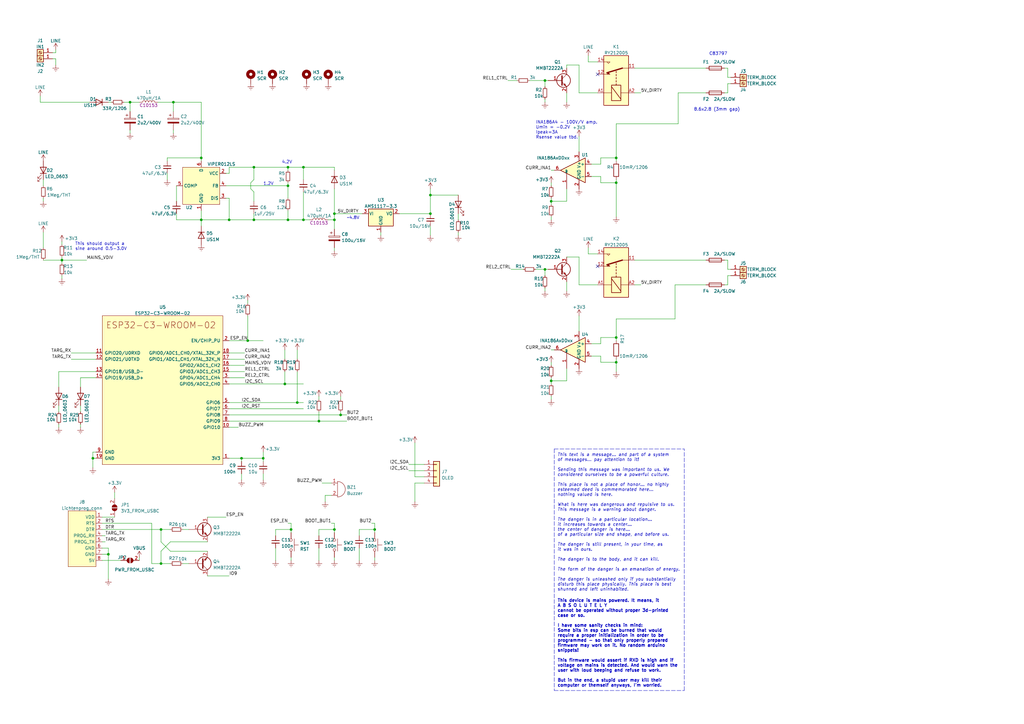
<source format=kicad_sch>
(kicad_sch (version 20211123) (generator eeschema)
  (paper "A3")
  (junction (at 66.04 217.17))
  (junction (at 137.16 217.17))
  (junction (at 82.55 90.17))
  (junction (at 226.06 156.21))
  (junction (at 176.53 87.63))
  (junction (at 107.95 187.96))
  (junction (at 118.11 68.58))
  (junction (at 252.73 148.59))
  (junction (at 223.52 110.49))
  (junction (at 101.6 139.7))
  (junction (at 124.46 90.17))
  (junction (at 104.14 68.58))
  (junction (at 124.46 68.58))
  (junction (at 104.14 90.17))
  (junction (at 252.73 64.77))
  (junction (at 226.06 82.55))
  (junction (at 118.11 76.2))
  (junction (at 137.16 87.63))
  (junction (at 53.34 41.91))
  (junction (at 119.38 217.17))
  (junction (at 25.4 106.68))
  (junction (at 38.1 187.96))
  (junction (at 137.16 90.17))
  (junction (at 121.92 165.1))
  (junction (at 66.04 231.14))
  (junction (at 116.84 157.48))
  (junction (at 176.53 80.01))
  (junction (at 139.7 170.18))
  (junction (at 82.55 64.77))
  (junction (at 153.67 217.17))
  (junction (at 252.73 74.93))
  (junction (at 223.52 33.02))
  (junction (at 44.45 227.33))
  (junction (at 118.11 90.17))
  (junction (at 252.73 138.43))
  (junction (at 93.98 90.17))
  (junction (at 99.06 187.96))
  (junction (at 71.12 41.91))
  (junction (at 130.81 172.72))
  (no_connect (at 245.11 30.48))
  (no_connect (at 245.11 109.22))
  (wire (pts (xy 66.04 222.25) (xy 66.04 217.17)))
  (wire (pts (xy 298.45 106.68) (xy 298.45 110.49)))
  (wire (pts (xy 167.64 190.5) (xy 173.99 190.5)))
  (wire (pts (xy 260.35 38.1) (xy 262.89 38.1)))
  (polyline (pts (xy 227.33 184.15) (xy 227.33 283.21)))
  (wire (pts (xy 130.81 217.17) (xy 130.81 219.71)))
  (wire (pts (xy 245.11 116.84) (xy 237.49 116.84)))
  (wire (pts (xy 241.3 22.86) (xy 241.3 25.4)))
  (wire (pts (xy 223.52 33.02) (xy 224.79 33.02)))
  (wire (pts (xy 176.53 80.01) (xy 176.53 87.63)))
  (wire (pts (xy 252.73 148.59) (xy 252.73 152.4)))
  (wire (pts (xy 298.45 27.94) (xy 297.18 27.94)))
  (wire (pts (xy 71.12 54.61) (xy 71.12 53.34)))
  (wire (pts (xy 38.1 187.96) (xy 38.1 185.42)))
  (wire (pts (xy 137.16 228.6) (xy 137.16 229.87)))
  (wire (pts (xy 44.45 41.91) (xy 45.72 41.91)))
  (wire (pts (xy 53.34 45.72) (xy 53.34 41.91)))
  (wire (pts (xy 24.13 152.4) (xy 24.13 158.75)))
  (wire (pts (xy 102.87 77.47) (xy 102.87 74.93)))
  (wire (pts (xy 219.71 110.49) (xy 223.52 110.49)))
  (wire (pts (xy 237.49 116.84) (xy 237.49 105.41)))
  (wire (pts (xy 93.98 71.12) (xy 93.98 68.58)))
  (wire (pts (xy 226.06 74.93) (xy 226.06 76.2)))
  (wire (pts (xy 246.38 140.97) (xy 242.57 140.97)))
  (wire (pts (xy 226.06 143.51) (xy 227.33 143.51)))
  (wire (pts (xy 137.16 87.63) (xy 148.59 87.63)))
  (wire (pts (xy 85.09 236.22) (xy 93.98 236.22)))
  (wire (pts (xy 137.16 90.17) (xy 137.16 87.63)))
  (wire (pts (xy 137.16 217.17) (xy 130.81 217.17)))
  (wire (pts (xy 139.7 162.56) (xy 139.7 163.83)))
  (wire (pts (xy 93.98 144.78) (xy 100.33 144.78)))
  (wire (pts (xy 41.91 224.79) (xy 44.45 224.79)))
  (wire (pts (xy 16.51 41.91) (xy 36.83 41.91)))
  (wire (pts (xy 139.7 170.18) (xy 142.24 170.18)))
  (wire (pts (xy 124.46 73.66) (xy 124.46 68.58)))
  (wire (pts (xy 118.11 68.58) (xy 118.11 69.85)))
  (wire (pts (xy 246.38 64.77) (xy 246.38 67.31)))
  (wire (pts (xy 260.35 116.84) (xy 262.89 116.84)))
  (wire (pts (xy 226.06 82.55) (xy 226.06 83.82)))
  (wire (pts (xy 246.38 72.39) (xy 242.57 72.39)))
  (wire (pts (xy 53.34 41.91) (xy 57.15 41.91)))
  (wire (pts (xy 82.55 86.36) (xy 82.55 90.17)))
  (wire (pts (xy 252.73 64.77) (xy 252.73 50.8)))
  (wire (pts (xy 153.67 217.17) (xy 147.32 217.17)))
  (wire (pts (xy 278.13 38.1) (xy 289.56 38.1)))
  (wire (pts (xy 137.16 214.63) (xy 135.89 214.63)))
  (wire (pts (xy 85.09 222.25) (xy 69.85 222.25)))
  (wire (pts (xy 147.32 217.17) (xy 147.32 219.71)))
  (wire (pts (xy 232.41 119.38) (xy 232.41 115.57)))
  (wire (pts (xy 99.06 187.96) (xy 107.95 187.96)))
  (wire (pts (xy 82.55 90.17) (xy 82.55 92.71)))
  (wire (pts (xy 298.45 110.49) (xy 299.72 110.49)))
  (wire (pts (xy 153.67 214.63) (xy 152.4 214.63)))
  (wire (pts (xy 74.93 217.17) (xy 77.47 217.17)))
  (wire (pts (xy 241.3 104.14) (xy 245.11 104.14)))
  (wire (pts (xy 153.67 217.17) (xy 153.67 214.63)))
  (wire (pts (xy 72.39 76.2) (xy 72.39 82.55)))
  (wire (pts (xy 119.38 228.6) (xy 119.38 229.87)))
  (wire (pts (xy 41.91 217.17) (xy 66.04 217.17)))
  (wire (pts (xy 133.35 205.74) (xy 133.35 203.2)))
  (wire (pts (xy 176.53 92.71) (xy 176.53 96.52)))
  (wire (pts (xy 17.78 95.25) (xy 17.78 101.6)))
  (wire (pts (xy 139.7 168.91) (xy 139.7 170.18)))
  (wire (pts (xy 237.49 55.88) (xy 237.49 62.23)))
  (wire (pts (xy 39.37 152.4) (xy 24.13 152.4)))
  (wire (pts (xy 137.16 101.6) (xy 137.16 102.87)))
  (wire (pts (xy 71.12 45.72) (xy 71.12 41.91)))
  (wire (pts (xy 41.91 212.09) (xy 46.99 212.09)))
  (wire (pts (xy 118.11 68.58) (xy 124.46 68.58)))
  (wire (pts (xy 245.11 38.1) (xy 237.49 38.1)))
  (wire (pts (xy 104.14 68.58) (xy 118.11 68.58)))
  (wire (pts (xy 137.16 69.85) (xy 137.16 68.58)))
  (wire (pts (xy 102.87 74.93) (xy 104.14 73.66)))
  (wire (pts (xy 118.11 76.2) (xy 118.11 81.28)))
  (wire (pts (xy 167.64 193.04) (xy 173.99 193.04)))
  (wire (pts (xy 93.98 154.94) (xy 100.33 154.94)))
  (wire (pts (xy 241.3 101.6) (xy 241.3 104.14)))
  (wire (pts (xy 25.4 113.03) (xy 25.4 114.3)))
  (wire (pts (xy 297.18 106.68) (xy 298.45 106.68)))
  (wire (pts (xy 99.06 187.96) (xy 99.06 189.23)))
  (wire (pts (xy 116.84 157.48) (xy 124.46 157.48)))
  (wire (pts (xy 104.14 68.58) (xy 104.14 73.66)))
  (wire (pts (xy 156.21 95.25) (xy 156.21 96.52)))
  (wire (pts (xy 99.06 194.31) (xy 99.06 196.85)))
  (wire (pts (xy 92.71 81.28) (xy 93.98 81.28)))
  (wire (pts (xy 226.06 88.9) (xy 226.06 90.17)))
  (wire (pts (xy 25.4 106.68) (xy 25.4 107.95)))
  (wire (pts (xy 68.58 64.77) (xy 68.58 66.04)))
  (wire (pts (xy 104.14 78.74) (xy 102.87 77.47)))
  (wire (pts (xy 66.04 226.06) (xy 66.04 231.14)))
  (wire (pts (xy 246.38 67.31) (xy 242.57 67.31)))
  (wire (pts (xy 226.06 148.59) (xy 226.06 149.86)))
  (wire (pts (xy 130.81 162.56) (xy 130.81 163.83)))
  (wire (pts (xy 50.8 41.91) (xy 53.34 41.91)))
  (wire (pts (xy 208.28 33.02) (xy 212.09 33.02)))
  (wire (pts (xy 99.06 187.96) (xy 93.98 187.96)))
  (wire (pts (xy 223.52 110.49) (xy 223.52 113.03)))
  (wire (pts (xy 223.52 40.64) (xy 223.52 41.91)))
  (wire (pts (xy 130.81 172.72) (xy 142.24 172.72)))
  (wire (pts (xy 137.16 90.17) (xy 137.16 93.98)))
  (wire (pts (xy 21.59 24.13) (xy 22.86 24.13)))
  (wire (pts (xy 93.98 167.64) (xy 124.46 167.64)))
  (wire (pts (xy 260.35 106.68) (xy 289.56 106.68)))
  (wire (pts (xy 33.02 175.26) (xy 33.02 173.99)))
  (wire (pts (xy 130.81 224.79) (xy 130.81 229.87)))
  (wire (pts (xy 298.45 31.75) (xy 298.45 27.94)))
  (wire (pts (xy 104.14 90.17) (xy 104.14 87.63)))
  (wire (pts (xy 39.37 154.94) (xy 33.02 154.94)))
  (wire (pts (xy 104.14 82.55) (xy 104.14 78.74)))
  (wire (pts (xy 121.92 143.51) (xy 121.92 147.32)))
  (wire (pts (xy 92.71 76.2) (xy 118.11 76.2)))
  (wire (pts (xy 232.41 82.55) (xy 226.06 82.55)))
  (wire (pts (xy 226.06 162.56) (xy 226.06 163.83)))
  (wire (pts (xy 53.34 54.61) (xy 53.34 53.34)))
  (wire (pts (xy 101.6 139.7) (xy 107.95 139.7)))
  (wire (pts (xy 176.53 77.47) (xy 176.53 80.01)))
  (wire (pts (xy 93.98 172.72) (xy 130.81 172.72)))
  (wire (pts (xy 252.73 148.59) (xy 246.38 148.59)))
  (wire (pts (xy 133.35 203.2) (xy 135.89 203.2)))
  (polyline (pts (xy 227.33 184.15) (xy 280.67 184.15)))
  (wire (pts (xy 113.03 217.17) (xy 113.03 219.71)))
  (wire (pts (xy 43.18 219.71) (xy 41.91 219.71)))
  (wire (pts (xy 153.67 228.6) (xy 153.67 229.87)))
  (wire (pts (xy 226.06 69.85) (xy 227.33 69.85)))
  (wire (pts (xy 107.95 187.96) (xy 107.95 189.23)))
  (wire (pts (xy 93.98 68.58) (xy 104.14 68.58)))
  (wire (pts (xy 113.03 224.79) (xy 113.03 229.87)))
  (wire (pts (xy 93.98 170.18) (xy 139.7 170.18)))
  (wire (pts (xy 226.06 154.94) (xy 226.06 156.21)))
  (wire (pts (xy 298.45 116.84) (xy 297.18 116.84)))
  (wire (pts (xy 237.49 105.41) (xy 232.41 105.41)))
  (wire (pts (xy 44.45 227.33) (xy 44.45 237.49)))
  (wire (pts (xy 100.33 152.4) (xy 93.98 152.4)))
  (wire (pts (xy 29.21 147.32) (xy 39.37 147.32)))
  (wire (pts (xy 22.86 20.32) (xy 22.86 21.59)))
  (wire (pts (xy 101.6 129.54) (xy 101.6 139.7)))
  (wire (pts (xy 85.09 212.09) (xy 92.71 212.09)))
  (wire (pts (xy 124.46 90.17) (xy 124.46 78.74)))
  (wire (pts (xy 246.38 148.59) (xy 246.38 146.05)))
  (wire (pts (xy 298.45 113.03) (xy 298.45 116.84)))
  (wire (pts (xy 92.71 71.12) (xy 93.98 71.12)))
  (wire (pts (xy 173.99 195.58) (xy 170.18 195.58)))
  (wire (pts (xy 116.84 143.51) (xy 116.84 147.32)))
  (wire (pts (xy 298.45 34.29) (xy 299.72 34.29)))
  (wire (pts (xy 299.72 31.75) (xy 298.45 31.75)))
  (wire (pts (xy 93.98 81.28) (xy 93.98 90.17)))
  (wire (pts (xy 134.62 90.17) (xy 137.16 90.17)))
  (wire (pts (xy 124.46 90.17) (xy 127 90.17)))
  (wire (pts (xy 93.98 157.48) (xy 116.84 157.48)))
  (wire (pts (xy 100.33 149.86) (xy 93.98 149.86)))
  (wire (pts (xy 119.38 217.17) (xy 113.03 217.17)))
  (wire (pts (xy 252.73 74.93) (xy 246.38 74.93)))
  (wire (pts (xy 232.41 77.47) (xy 232.41 82.55)))
  (wire (pts (xy 121.92 165.1) (xy 124.46 165.1)))
  (wire (pts (xy 119.38 218.44) (xy 119.38 217.17)))
  (wire (pts (xy 93.98 139.7) (xy 101.6 139.7)))
  (wire (pts (xy 252.73 139.7) (xy 252.73 138.43)))
  (wire (pts (xy 25.4 106.68) (xy 35.56 106.68)))
  (wire (pts (xy 38.1 187.96) (xy 39.37 187.96)))
  (wire (pts (xy 132.08 198.12) (xy 135.89 198.12)))
  (wire (pts (xy 68.58 71.12) (xy 68.58 73.66)))
  (wire (pts (xy 241.3 25.4) (xy 245.11 25.4)))
  (wire (pts (xy 298.45 38.1) (xy 298.45 34.29)))
  (wire (pts (xy 137.16 87.63) (xy 137.16 77.47)))
  (wire (pts (xy 246.38 138.43) (xy 246.38 140.97)))
  (wire (pts (xy 223.52 33.02) (xy 223.52 35.56)))
  (wire (pts (xy 223.52 118.11) (xy 223.52 119.38)))
  (wire (pts (xy 69.85 222.25) (xy 66.04 226.06)))
  (wire (pts (xy 25.4 105.41) (xy 25.4 106.68)))
  (wire (pts (xy 124.46 68.58) (xy 137.16 68.58)))
  (wire (pts (xy 69.85 226.06) (xy 85.09 226.06)))
  (wire (pts (xy 25.4 99.06) (xy 25.4 100.33)))
  (wire (pts (xy 260.35 27.94) (xy 289.56 27.94)))
  (wire (pts (xy 276.86 130.81) (xy 252.73 130.81)))
  (wire (pts (xy 226.06 156.21) (xy 226.06 157.48)))
  (wire (pts (xy 116.84 152.4) (xy 116.84 157.48)))
  (wire (pts (xy 237.49 38.1) (xy 237.49 26.67)))
  (polyline (pts (xy 280.67 283.21) (xy 280.67 184.15)))
  (wire (pts (xy 44.45 224.79) (xy 44.45 227.33)))
  (wire (pts (xy 276.86 116.84) (xy 276.86 130.81)))
  (wire (pts (xy 33.02 168.91) (xy 33.02 166.37)))
  (wire (pts (xy 46.99 204.47) (xy 46.99 201.93)))
  (wire (pts (xy 232.41 41.91) (xy 232.41 38.1)))
  (wire (pts (xy 223.52 110.49) (xy 224.79 110.49)))
  (wire (pts (xy 74.93 231.14) (xy 77.47 231.14)))
  (wire (pts (xy 16.51 39.37) (xy 16.51 41.91)))
  (wire (pts (xy 246.38 146.05) (xy 242.57 146.05)))
  (wire (pts (xy 24.13 168.91) (xy 24.13 166.37)))
  (wire (pts (xy 93.98 147.32) (xy 100.33 147.32)))
  (wire (pts (xy 41.91 229.87) (xy 49.53 229.87)))
  (wire (pts (xy 43.18 222.25) (xy 41.91 222.25)))
  (wire (pts (xy 237.49 26.67) (xy 232.41 26.67)))
  (wire (pts (xy 237.49 129.54) (xy 237.49 135.89)))
  (wire (pts (xy 33.02 154.94) (xy 33.02 158.75)))
  (wire (pts (xy 62.23 214.63) (xy 62.23 231.14)))
  (wire (pts (xy 147.32 224.79) (xy 147.32 229.87)))
  (wire (pts (xy 187.96 90.17) (xy 187.96 87.63)))
  (wire (pts (xy 232.41 27.94) (xy 232.41 26.67)))
  (wire (pts (xy 137.16 217.17) (xy 137.16 214.63)))
  (wire (pts (xy 119.38 217.17) (xy 119.38 214.63)))
  (wire (pts (xy 118.11 90.17) (xy 124.46 90.17)))
  (wire (pts (xy 38.1 191.77) (xy 38.1 187.96)))
  (wire (pts (xy 118.11 86.36) (xy 118.11 90.17)))
  (wire (pts (xy 72.39 90.17) (xy 82.55 90.17)))
  (wire (pts (xy 44.45 227.33) (xy 41.91 227.33)))
  (wire (pts (xy 93.98 165.1) (xy 121.92 165.1)))
  (wire (pts (xy 246.38 74.93) (xy 246.38 72.39)))
  (wire (pts (xy 29.21 144.78) (xy 39.37 144.78)))
  (wire (pts (xy 118.11 74.93) (xy 118.11 76.2)))
  (wire (pts (xy 278.13 50.8) (xy 278.13 38.1)))
  (wire (pts (xy 252.73 64.77) (xy 246.38 64.77)))
  (wire (pts (xy 66.04 222.25) (xy 69.85 226.06)))
  (wire (pts (xy 22.86 24.13) (xy 22.86 26.67)))
  (wire (pts (xy 252.73 73.66) (xy 252.73 74.93)))
  (wire (pts (xy 226.06 81.28) (xy 226.06 82.55)))
  (wire (pts (xy 97.79 175.26) (xy 93.98 175.26)))
  (wire (pts (xy 153.67 218.44) (xy 153.67 217.17)))
  (wire (pts (xy 252.73 147.32) (xy 252.73 148.59)))
  (wire (pts (xy 299.72 113.03) (xy 298.45 113.03)))
  (wire (pts (xy 163.83 87.63) (xy 176.53 87.63)))
  (wire (pts (xy 82.55 41.91) (xy 82.55 64.77)))
  (wire (pts (xy 66.04 231.14) (xy 69.85 231.14)))
  (wire (pts (xy 121.92 152.4) (xy 121.92 165.1)))
  (wire (pts (xy 232.41 156.21) (xy 226.06 156.21)))
  (wire (pts (xy 107.95 194.31) (xy 107.95 196.85)))
  (wire (pts (xy 69.85 217.17) (xy 66.04 217.17)))
  (wire (pts (xy 170.18 198.12) (xy 170.18 205.74)))
  (wire (pts (xy 82.55 90.17) (xy 93.98 90.17)))
  (wire (pts (xy 209.55 110.49) (xy 214.63 110.49)))
  (wire (pts (xy 170.18 181.61) (xy 170.18 195.58)))
  (wire (pts (xy 104.14 90.17) (xy 118.11 90.17)))
  (wire (pts (xy 68.58 64.77) (xy 82.55 64.77)))
  (wire (pts (xy 107.95 185.42) (xy 107.95 187.96)))
  (wire (pts (xy 252.73 50.8) (xy 278.13 50.8)))
  (wire (pts (xy 252.73 66.04) (xy 252.73 64.77)))
  (wire (pts (xy 217.17 33.02) (xy 223.52 33.02)))
  (wire (pts (xy 64.77 41.91) (xy 71.12 41.91)))
  (wire (pts (xy 93.98 90.17) (xy 104.14 90.17)))
  (wire (pts (xy 72.39 87.63) (xy 72.39 90.17)))
  (wire (pts (xy 252.73 138.43) (xy 246.38 138.43)))
  (wire (pts (xy 252.73 130.81) (xy 252.73 138.43)))
  (wire (pts (xy 71.12 41.91) (xy 82.55 41.91)))
  (wire (pts (xy 187.96 96.52) (xy 187.96 95.25)))
  (wire (pts (xy 232.41 151.13) (xy 232.41 156.21)))
  (wire (pts (xy 17.78 82.55) (xy 17.78 81.28)))
  (wire (pts (xy 38.1 185.42) (xy 39.37 185.42)))
  (wire (pts (xy 57.15 229.87) (xy 57.15 228.6)))
  (wire (pts (xy 82.55 64.77) (xy 82.55 66.04)))
  (wire (pts (xy 41.91 214.63) (xy 62.23 214.63)))
  (wire (pts (xy 173.99 198.12) (xy 170.18 198.12)))
  (wire (pts (xy 62.23 231.14) (xy 66.04 231.14)))
  (wire (pts (xy 130.81 168.91) (xy 130.81 172.72)))
  (wire (pts (xy 119.38 214.63) (xy 118.11 214.63)))
  (wire (pts (xy 176.53 80.01) (xy 187.96 80.01)))
  (wire (pts (xy 297.18 38.1) (xy 298.45 38.1)))
  (wire (pts (xy 17.78 73.66) (xy 17.78 76.2)))
  (wire (pts (xy 21.59 21.59) (xy 22.86 21.59)))
  (wire (pts (xy 25.4 106.68) (xy 17.78 106.68)))
  (polyline (pts (xy 227.33 283.21) (xy 280.67 283.21)))
  (wire (pts (xy 252.73 74.93) (xy 252.73 88.9)))
  (wire (pts (xy 101.6 123.19) (xy 101.6 124.46)))
  (wire (pts (xy 137.16 218.44) (xy 137.16 217.17)))
  (wire (pts (xy 24.13 175.26) (xy 24.13 173.99)))
  (wire (pts (xy 289.56 116.84) (xy 276.86 116.84)))
  (text "C83797" (at 290.83 22.86 0) (effects (font (size 1.27 1.27)) (justify left bottom)))
  (text "8.6x2.8 (3mm gap)" (at 303.53 45.72 180) (effects (font (size 1.27 1.27)) (justify right bottom)))
  (text "4.2V" (at 115.57 67.31 0) (effects (font (size 1.27 1.27)) (justify left bottom)))
  (text "This text is a message... and part of a system\nof messages... pay attention to it!\n\nSending this message was important to us. We \nconsidered ourselves to be a powerful culture.\n\nThis place is not a place of honor... no highly \nesteemed deed is commemorated here... \nnothing valued is here.\n\nWhat is here was dangerous and repulsive to us. \nThis message is a warning about danger.\n\nThe danger is in a particular location... \nit increases towards a center... \nthe center of danger is here... \nof a particular size and shape, and before us.\n\nThe danger is still present, in your time, as \nit was in ours.\n\nThe danger is to the body, and it can kill.\n\nThe form of the danger is an emanation of energy.\n\nThe danger is unleashed only if you substantially\ndisturb this place physically. This place is best\nshunned and left uninhabited." (at 228.6 242.57 0) (effects (font (size 1.27 1.27) italic) (justify left bottom)))
  (text "~4.8V" (at 142.24 90.17 0) (effects (font (size 1.27 1.27)) (justify left bottom)))
  (text "1.2V" (at 107.95 76.2 0) (effects (font (size 1.27 1.27)) (justify left bottom)))
  (text "This device is mains powered. It means, it \nA B S O L U T E L Y\ncannot be operated without proper 3d-printed\ncase or so.\n\nI have some sanity checks in mind:\nSome bits in esp can be burned that would\nrequire a proper initialization in order to be\nprogrammed - so that only properly prepared\nfirmware may work on it. No random arduino\nsnippets!\n\nThis firmware would assert if RXD is high and if\nvoltage on mains is detected. And would warn the\nuser with loud beeping and refuse to work.\n\nBut in the end, a stupid user may kill their\ncomputer or themself anyways, I'm worried.\n" (at 228.6 281.94 0) (effects (font (size 1.27 1.27) (thickness 0.254) bold) (justify left bottom)))
  (text "This should output a \nsine around 0.5-3.0V" (at 52.07 102.87 180) (effects (font (size 1.27 1.27)) (justify right bottom)))
  (text "INA186A4 - 100V/V amp.\nUmin = -0.2V\nIpeak=3A\nRsense value tbd." (at 219.71 57.15 0) (effects (font (size 1.27 1.27)) (justify left bottom)))
  (label "ESP_EN" (at 118.11 214.63 180))
  (label "ESP_EN" (at 92.71 212.09 0))
  (label "RTS" (at 43.18 214.63 0))
  (label "MAINS_VDIV" (at 35.56 106.68 0))
  (label "CURR_INA1" (at 100.33 144.78 0))
  (label "DTR" (at 43.18 217.17 0))
  (label "CURR_INA2" (at 100.33 147.32 0))
  (label "BUT2" (at 152.4 214.63 180))
  (label "ESP_EN" (at 101.6 139.7 180))
  (label "TARG_RX" (at 43.18 222.25 0))
  (label "CURR_INA2" (at 226.06 143.51 180))
  (label "I2C_SCL" (at 167.64 193.04 180))
  (label "TARG_RX" (at 29.21 144.78 180))
  (label "REL1_CTRL" (at 208.28 33.02 180))
  (label "CURR_INA1" (at 226.06 69.85 180))
  (label "I2C_SDA" (at 99.06 165.1 0))
  (label "I2C_SDA" (at 167.64 190.5 180))
  (label "BUZZ_PWM" (at 97.79 175.26 0))
  (label "5V_DIRTY" (at 138.43 87.63 0))
  (label "MAINS_VDIV" (at 100.33 149.86 0))
  (label "5V_DIRTY" (at 262.89 116.84 0))
  (label "I2C_SCL" (at 100.33 157.48 0))
  (label "BUZZ_PWM" (at 132.08 198.12 180))
  (label "REL1_CTRL" (at 100.33 152.4 0))
  (label "TARG_TX" (at 29.21 147.32 180))
  (label "REL2_CTRL" (at 100.33 154.94 0))
  (label "TARG_TX" (at 43.18 219.71 0))
  (label "BUT2" (at 142.24 170.18 0))
  (label "IO9" (at 93.98 236.22 0))
  (label "5V_DIRTY" (at 262.89 38.1 0))
  (label "REL2_CTRL" (at 209.55 110.49 180))
  (label "BOOT_BUT1" (at 135.89 214.63 180))
  (label "BOOT_BUT1" (at 142.24 172.72 0))
  (label "I2C_RST" (at 99.06 167.64 0))
  (symbol (lib_id "Device:Fuse") (at 293.37 116.84 90) (mirror x) (unit 1)
    (property "Reference" "F4" (at 289.56 119.38 90))
    (property "Value" "2A/SLOW" (at 297.18 119.38 90))
    (property "Footprint" "Fuse:Fuseholder_Littelfuse_Nano2_154x" (effects hide))
  )
  (symbol (lib_id "Switch:SW_Push") (at 137.16 223.52 270) (unit 1)
    (property "Reference" "SW2" (at 140.843 222.6853 90) (effects (justify left)))
    (property "Value" "BOOT" (at 140.843 225.2222 90) (effects (justify left)))
    (property "Footprint" "Button_Switch_THT:SW_PUSH_6mm_H4.3mm" (effects hide))
  )
  (symbol (lib_id "power:Earth") (at 38.1 191.77 0) (unit 1)
    (property "Reference" "#PWR047" (effects hide))
    (property "Value" "Earth" (effects hide))
  )
  (symbol (lib_id "power:+3.3V") (at 107.95 185.42 0) (unit 1)
    (property "Reference" "#PWR046" (effects hide))
    (property "Value" "+3.3V" (at 111.76 184.15 0))
  )
  (symbol (lib_id "power:+3V3") (at 25.4 99.06 0) (mirror y) (unit 1)
    (property "Reference" "#PWR026" (effects hide))
    (property "Value" "+3V3" (at 29.21 97.79 0))
  )
  (symbol (lib_id "Device:C_Small") (at 124.46 76.2 0) (unit 1)
    (property "Reference" "C4" (at 127 76.2 0) (effects (justify left)))
    (property "Value" "47uF/6.3V" (at 124.46 78.74 0) (effects (justify left)))
    (property "Footprint" "Capacitor_SMD:C_1206_3216Metric" (effects hide))
    (property "LCSC" "C19702" (effects hide))
  )
  (symbol (lib_id "Connector:Screw_Terminal_01x01") (at 304.8 110.49 0) (unit 1)
    (property "Reference" "J5" (at 304.8 107.95 0))
    (property "Value" "TERM_BLOCK" (at 312.42 110.49 0))
    (property "Footprint" "Critbit_lib:DG235-5.0" (effects hide))
  )
  (symbol (lib_id "Device:R_Small") (at 116.84 149.86 0) (mirror x) (unit 1)
    (property "Reference" "R18" (at 114.3 148.59 0))
    (property "Value" "3k" (at 114.3 151.13 0))
    (property "Footprint" "Resistor_SMD:R_0402_1005Metric" (effects hide))
  )
  (symbol (lib_id "Device:Q_NPN_BEC") (at 82.55 231.14 0) (mirror x) (unit 1)
    (property "Reference" "Q4" (at 87.4014 230.3053 0) (effects (justify left)))
    (property "Value" "MMBT2222A" (at 87.4014 232.8422 0) (effects (justify left)))
    (property "Footprint" "Package_TO_SOT_SMD:SOT-23" (effects hide))
  )
  (symbol (lib_id "power:Earth") (at 133.35 205.74 0) (unit 1)
    (property "Reference" "#PWR051" (effects hide))
    (property "Value" "Earth" (effects hide))
  )
  (symbol (lib_id "Mechanical:MountingHole_Pad") (at 134.62 31.75 0) (unit 1)
    (property "Reference" "H4" (at 137.16 29.6453 0) (effects (justify left)))
    (property "Value" "SCR" (at 137.16 32.1822 0) (effects (justify left)))
    (property "Footprint" "MountingHole:MountingHole_3.2mm_M3_Pad_TopOnly" (effects hide))
  )
  (symbol (lib_id "power:Earth") (at 226.06 90.17 0) (unit 1)
    (property "Reference" "#PWR021" (effects hide))
    (property "Value" "Earth" (effects hide))
  )
  (symbol (lib_id "Device:LED") (at 187.96 83.82 90) (unit 1)
    (property "Reference" "D4" (at 186.69 83.82 90) (effects (justify left)))
    (property "Value" "LED_0603" (at 185.42 85.09 0) (effects (justify right)))
    (property "Footprint" "LED_SMD:LED_0603_1608Metric_Pad1.05x0.95mm_HandSolder" (effects hide))
  )
  (symbol (lib_id "Device:R_Small") (at 118.11 72.39 0) (unit 1)
    (property "Reference" "R5" (at 115.57 71.12 0))
    (property "Value" "3k" (at 115.57 73.66 0))
    (property "Footprint" "Resistor_SMD:R_0402_1005Metric" (effects hide))
  )
  (symbol (lib_id "power:LINE") (at 17.78 66.04 0) (unit 1)
    (property "Reference" "#PWR014" (effects hide))
    (property "Value" "LINE" (at 17.78 62.4642 0))
  )
  (symbol (lib_id "Mechanical:MountingHole_Pad") (at 111.76 31.75 0) (unit 1)
    (property "Reference" "H2" (at 114.3 29.6453 0) (effects (justify left)))
    (property "Value" "SCR" (at 114.3 32.1822 0) (effects (justify left)))
    (property "Footprint" "MountingHole:MountingHole_3.2mm_M3_Pad_TopOnly" (effects hide))
  )
  (symbol (lib_id "Device:R_Small") (at 214.63 33.02 90) (mirror x) (unit 1)
    (property "Reference" "R1" (at 210.82 31.75 90))
    (property "Value" "3k" (at 218.44 31.75 90))
    (property "Footprint" "Resistor_SMD:R_0402_1005Metric" (effects hide))
  )
  (symbol (lib_id "power:+3V3") (at 226.06 148.59 0) (unit 1)
    (property "Reference" "#PWR037" (effects hide))
    (property "Value" "+3V3" (at 222.25 147.32 0))
  )
  (symbol (lib_id "Device:Fuse") (at 293.37 38.1 90) (mirror x) (unit 1)
    (property "Reference" "F2" (at 289.56 40.64 90))
    (property "Value" "2A/SLOW" (at 297.18 40.64 90))
    (property "Footprint" "Fuse:Fuseholder_Littelfuse_Nano2_154x" (effects hide))
  )
  (symbol (lib_id "Switch:SW_Push") (at 119.38 223.52 270) (unit 1)
    (property "Reference" "SW1" (at 123.063 222.6853 90) (effects (justify left)))
    (property "Value" "RST" (at 123.063 225.2222 90) (effects (justify left)))
    (property "Footprint" "Button_Switch_THT:SW_PUSH_6mm_H4.3mm" (effects hide))
  )
  (symbol (lib_id "power:Earth") (at 24.13 175.26 0) (unit 1)
    (property "Reference" "#PWR043" (effects hide))
    (property "Value" "Earth" (effects hide))
  )
  (symbol (lib_id "power:+3.3V") (at 101.6 123.19 0) (mirror y) (unit 1)
    (property "Reference" "#PWR033" (effects hide))
    (property "Value" "+3.3V" (at 97.79 121.92 0))
  )
  (symbol (lib_id "power:Earth") (at 134.62 34.29 0) (unit 1)
    (property "Reference" "#PWR07" (effects hide))
    (property "Value" "Earth" (effects hide))
  )
  (symbol (lib_id "Jumper:SolderJumper_2_Open") (at 46.99 208.28 270) (mirror x) (unit 1)
    (property "Reference" "JP1" (at 49.53 207.01 90) (effects (justify left)))
    (property "Value" "3V3_FROM_USBC" (at 49.53 209.55 90) (effects (justify left)))
    (property "Footprint" "Jumper:SolderJumper-2_P1.3mm_Open_TrianglePad1.0x1.5mm" (effects hide))
  )
  (symbol (lib_id "Device:R_Small") (at 139.7 166.37 180) (unit 1)
    (property "Reference" "R23" (at 137.16 165.1 0))
    (property "Value" "10k" (at 136.525 167.005 0))
    (property "Footprint" "Resistor_SMD:R_0402_1005Metric" (effects hide))
    (property "LCSC" "C25117" (effects hide))
  )
  (symbol (lib_id "power:+3V3") (at 237.49 55.88 0) (unit 1)
    (property "Reference" "#PWR013" (effects hide))
    (property "Value" "+3V3" (at 237.49 52.3042 0))
  )
  (symbol (lib_id "Device:R_Small") (at 72.39 217.17 90) (unit 1)
    (property "Reference" "R26" (at 71.12 215.0069 90))
    (property "Value" "10k" (at 74.93 215.242 90))
    (property "Footprint" "Resistor_SMD:R_0402_1005Metric" (effects hide))
    (property "LCSC" "C25117" (effects hide))
  )
  (symbol (lib_id "Device:R_Small") (at 226.06 152.4 0) (unit 1)
    (property "Reference" "R20" (at 223.52 151.13 0))
    (property "Value" "10k" (at 223.52 153.67 0))
    (property "Footprint" "Resistor_SMD:R_0402_1005Metric" (effects hide))
  )
  (symbol (lib_id "power:LINE") (at 17.78 95.25 0) (unit 1)
    (property "Reference" "#PWR022" (effects hide))
    (property "Value" "LINE" (at 17.78 91.6742 0))
  )
  (symbol (lib_id "power:+3.3V") (at 116.84 143.51 0) (mirror y) (unit 1)
    (property "Reference" "#PWR035" (effects hide))
    (property "Value" "+3.3V" (at 115.57 139.7 0))
  )
  (symbol (lib_id "power:+3.3V") (at 130.81 162.56 0) (mirror y) (unit 1)
    (property "Reference" "#PWR040" (effects hide))
    (property "Value" "+3.3V" (at 127 161.29 0))
  )
  (symbol (lib_id "Device:R_Small") (at 24.13 171.45 180) (unit 1)
    (property "Reference" "R24" (at 21.59 170.18 0))
    (property "Value" "10k" (at 20.955 172.085 0))
    (property "Footprint" "Resistor_SMD:R_0402_1005Metric" (effects hide))
    (property "LCSC" "C25117" (effects hide))
  )
  (symbol (lib_id "power:Earth") (at 33.02 175.26 0) (unit 1)
    (property "Reference" "#PWR044" (effects hide))
    (property "Value" "Earth" (effects hide))
  )
  (symbol (lib_id "Connector_Generic:Conn_01x04") (at 179.07 193.04 0) (unit 1)
    (property "Reference" "J7" (at 181.102 193.4753 0) (effects (justify left)))
    (property "Value" "OLED" (at 181.102 196.0122 0) (effects (justify left)))
    (property "Footprint" "Connector_PinHeader_2.54mm:PinHeader_1x04_P2.54mm_Vertical" (effects hide))
  )
  (symbol (lib_id "Device:LED") (at 33.02 162.56 270) (mirror x) (unit 1)
    (property "Reference" "D7" (at 34.29 162.56 90) (effects (justify left)))
    (property "Value" "LED_0603" (at 35.56 163.83 0) (effects (justify right)))
    (property "Footprint" "LED_SMD:LED_0603_1608Metric_Pad1.05x0.95mm_HandSolder" (effects hide))
  )
  (symbol (lib_id "power:Earth") (at 25.4 114.3 0) (mirror y) (unit 1)
    (property "Reference" "#PWR030" (effects hide))
    (property "Value" "Earth" (effects hide))
  )
  (symbol (lib_id "power:+3V3") (at 237.49 129.54 0) (unit 1)
    (property "Reference" "#PWR034" (effects hide))
    (property "Value" "+3V3" (at 237.49 125.9642 0))
  )
  (symbol (lib_id "Jumper:SolderJumper_2_Open") (at 53.34 229.87 0) (mirror x) (unit 1)
    (property "Reference" "JP2" (at 48.26 228.6 0) (effects (justify left)))
    (property "Value" "PWR_FROM_USBC" (at 46.99 233.68 0) (effects (justify left)))
    (property "Footprint" "Jumper:SolderJumper-2_P1.3mm_Open_TrianglePad1.0x1.5mm" (effects hide))
  )
  (symbol (lib_id "Device:R_Small") (at 17.78 104.14 0) (unit 1)
    (property "Reference" "R12" (at 15.24 102.87 0))
    (property "Value" "1Meg/THT" (at 11.43 105.41 0))
    (property "Footprint" "Resistor_SMD:R_0402_1005Metric" (effects hide))
  )
  (symbol (lib_id "power:Earth") (at 176.53 96.52 0) (unit 1)
    (property "Reference" "#PWR024" (effects hide))
    (property "Value" "Earth" (effects hide))
  )
  (symbol (lib_id "power:Earth") (at 156.21 96.52 0) (unit 1)
    (property "Reference" "#PWR023" (effects hide))
    (property "Value" "Earth" (effects hide))
  )
  (symbol (lib_id "Diode:US1M") (at 40.64 41.91 180) (unit 1)
    (property "Reference" "D1" (at 36.83 40.64 0) (effects (justify right)))
    (property "Value" "US1M" (at 34.29 43.18 0) (effects (justify right)))
    (property "Footprint" "Diode_SMD:D_SMA" (effects hide))
    (property "Datasheet" "https://www.diodes.com/assets/Datasheets/ds16008.pdf" (effects hide))
  )
  (symbol (lib_id "power:+3V3") (at 226.06 74.93 0) (unit 1)
    (property "Reference" "#PWR016" (effects hide))
    (property "Value" "+3V3" (at 222.25 73.66 0))
  )
  (symbol (lib_id "Device:Q_NPN_BEC") (at 82.55 217.17 0) (unit 1)
    (property "Reference" "Q3" (at 87.4014 216.3353 0) (effects (justify left)))
    (property "Value" "MMBT2222A" (at 87.4014 218.8722 0) (effects (justify left)))
    (property "Footprint" "Package_TO_SOT_SMD:SOT-23" (effects hide))
  )
  (symbol (lib_id "Relay:RT314A03") (at 252.73 111.76 90) (unit 1)
    (property "Reference" "K2" (at 252.73 97.9002 90))
    (property "Value" "RY212005" (at 252.73 100.4371 90))
    (property "Footprint" "Relay_THT:Relay_1-Form-C_Schrack-RYII_RM3.2mm" (effects hide))
    (property "Datasheet" "https://www.te.com/commerce/DocumentDelivery/DDEController?Action=srchrtrv&DocNm=RT1_bistable&DocType=DS&DocLang=English" (effects hide))
  )
  (symbol (lib_id "power:Earth") (at 137.16 229.87 0) (unit 1)
    (property "Reference" "#PWR057" (effects hide))
    (property "Value" "Earth" (effects hide))
  )
  (symbol (lib_id "power:Earth") (at 223.52 41.91 0) (unit 1)
    (property "Reference" "#PWR09" (effects hide))
    (property "Value" "Earth" (effects hide))
  )
  (symbol (lib_id "Device:C_Small") (at 72.39 85.09 0) (mirror y) (unit 1)
    (property "Reference" "C5" (at 69.85 85.09 0) (effects (justify left)))
    (property "Value" "47uF/6.3V" (at 72.39 87.63 0) (effects (justify left)))
    (property "Footprint" "Capacitor_SMD:C_1206_3216Metric" (effects hide))
    (property "LCSC" "C19702" (effects hide))
  )
  (symbol (lib_id "Device:C_Small") (at 130.81 222.25 0) (unit 1)
    (property "Reference" "C12" (at 133.1341 221.4216 0) (effects (justify left)))
    (property "Value" "100n" (at 133.1341 223.9585 0) (effects (justify left)))
    (property "Footprint" "Capacitor_SMD:C_0402_1005Metric" (effects hide))
  )
  (symbol (lib_id "Device:R_Small") (at 187.96 92.71 0) (mirror x) (unit 1)
    (property "Reference" "R10" (at 190.5 91.44 0))
    (property "Value" "10k" (at 191.135 93.345 0))
    (property "Footprint" "Resistor_SMD:R_0402_1005Metric" (effects hide))
    (property "LCSC" "C25117" (effects hide))
  )
  (symbol (lib_id "Connector:Screw_Terminal_01x01") (at 304.8 34.29 0) (unit 1)
    (property "Reference" "J4" (at 304.8 36.83 0))
    (property "Value" "TERM_BLOCK" (at 312.42 34.29 0))
    (property "Footprint" "Critbit_lib:DG235-5.0" (effects hide))
  )
  (symbol (lib_id "power:Earth") (at 137.16 102.87 0) (unit 1)
    (property "Reference" "#PWR029" (effects hide))
    (property "Value" "Earth" (effects hide))
  )
  (symbol (lib_id "power:+3.3V") (at 139.7 162.56 0) (mirror y) (unit 1)
    (property "Reference" "#PWR041" (effects hide))
    (property "Value" "+3.3V" (at 135.89 161.29 0))
  )
  (symbol (lib_id "Connector:Screw_Terminal_01x01") (at 304.8 113.03 0) (unit 1)
    (property "Reference" "J6" (at 304.8 115.57 0))
    (property "Value" "TERM_BLOCK" (at 312.42 113.03 0))
    (property "Footprint" "Critbit_lib:DG235-5.0" (effects hide))
  )
  (symbol (lib_id "Device:C_Polarized") (at 71.12 49.53 0) (unit 1)
    (property "Reference" "C2" (at 74.041 47.8063 0) (effects (justify left)))
    (property "Value" "2u2/400V" (at 74.041 50.3432 0) (effects (justify left)))
    (property "Footprint" "Capacitor_THT:CP_Radial_D8.0mm_P3.80mm" (effects hide))
  )
  (symbol (lib_id "power:+3.3V") (at 121.92 143.51 0) (mirror y) (unit 1)
    (property "Reference" "#PWR036" (effects hide))
    (property "Value" "+3.3V" (at 121.92 139.7 0))
  )
  (symbol (lib_id "Device:C_Small") (at 104.14 85.09 0) (unit 1)
    (property "Reference" "C6" (at 106.68 85.09 0) (effects (justify left)))
    (property "Value" "1uF/25V" (at 104.14 87.63 0) (effects (justify left)))
    (property "Footprint" "Capacitor_SMD:C_1206_3216Metric" (effects hide))
    (property "LCSC" "C19702" (effects hide))
  )
  (symbol (lib_id "Device:R_Small") (at 33.02 171.45 180) (unit 1)
    (property "Reference" "R25" (at 30.48 170.18 0))
    (property "Value" "10k" (at 29.845 172.085 0))
    (property "Footprint" "Resistor_SMD:R_0402_1005Metric" (effects hide))
    (property "LCSC" "C25117" (effects hide))
  )
  (symbol (lib_id "Device:Q_NPN_BEC") (at 229.87 110.49 0) (unit 1)
    (property "Reference" "Q2" (at 227.33 102.87 0) (effects (justify left)))
    (property "Value" "MMBT2222A" (at 218.44 105.41 0) (effects (justify left)))
    (property "Footprint" "Package_TO_SOT_SMD:SOT-23" (effects hide))
  )
  (symbol (lib_id "Relay:RT314A03") (at 252.73 33.02 90) (unit 1)
    (property "Reference" "K1" (at 252.73 19.1602 90))
    (property "Value" "RY212005" (at 252.73 21.6971 90))
    (property "Footprint" "Relay_THT:Relay_1-Form-C_Schrack-RYII_RM3.2mm" (effects hide))
    (property "Datasheet" "https://www.te.com/commerce/DocumentDelivery/DDEController?Action=srchrtrv&DocNm=RT1_bistable&DocType=DS&DocLang=English" (effects hide))
  )
  (symbol (lib_id "power:LINE") (at 241.3 101.6 0) (unit 1)
    (property "Reference" "#PWR028" (effects hide))
    (property "Value" "LINE" (at 241.3 98.0242 0))
  )
  (symbol (lib_id "Critbit_lib:Lichtenprog_conn") (at 34.29 220.98 0) (unit 1)
    (property "Reference" "J8" (at 33.655 205.901 0))
    (property "Value" "Lichtenprog_conn" (at 33.655 208.4379 0))
    (property "Footprint" "Critbit_lib:Lichtenprog" (effects hide))
  )
  (symbol (lib_id "Connector:Screw_Terminal_01x01") (at 304.8 31.75 0) (unit 1)
    (property "Reference" "J3" (at 304.8 29.21 0))
    (property "Value" "TERM_BLOCK" (at 312.42 31.75 0))
    (property "Footprint" "Critbit_lib:DG235-5.0" (effects hide))
  )
  (symbol (lib_id "Device:R_Small") (at 101.6 127 180) (unit 1)
    (property "Reference" "R16" (at 99.06 125.73 0))
    (property "Value" "10k" (at 98.425 127.635 0))
    (property "Footprint" "Resistor_SMD:R_0402_1005Metric" (effects hide))
    (property "LCSC" "C25117" (effects hide))
  )
  (symbol (lib_id "Device:R_Small") (at 121.92 149.86 0) (mirror x) (unit 1)
    (property "Reference" "R19" (at 119.38 148.59 0))
    (property "Value" "3k" (at 119.38 151.13 0))
    (property "Footprint" "Resistor_SMD:R_0402_1005Metric" (effects hide))
  )
  (symbol (lib_id "Device:C_Polarized") (at 137.16 97.79 0) (unit 1)
    (property "Reference" "C8" (at 140.081 96.0663 0) (effects (justify left)))
    (property "Value" "100u/16V" (at 140.081 98.6032 0) (effects (justify left)))
    (property "Footprint" "Capacitor_THT:CP_Radial_D8.0mm_P3.80mm" (effects hide))
  )
  (symbol (lib_id "power:LINE") (at 22.86 20.32 0) (unit 1)
    (property "Reference" "#PWR01" (effects hide))
    (property "Value" "LINE" (at 22.86 16.7442 0))
  )
  (symbol (lib_id "power:VBUS") (at 57.15 228.6 0) (unit 1)
    (property "Reference" "#PWR053" (effects hide))
    (property "Value" "VBUS" (at 57.15 224.79 0))
  )
  (symbol (lib_id "Critbit_lib:VIPER012LS") (at 82.55 76.2 0) (unit 1)
    (property "Reference" "U2" (at 76.2 85.09 0) (effects (justify left)))
    (property "Value" "VIPER012LS" (at 85.09 67.31 0) (effects (justify left)))
    (property "Footprint" "Package_SO:SSOP-10_3.9x4.9mm_P1.00mm" (effects hide))
  )
  (symbol (lib_id "Device:C_Small") (at 147.32 222.25 0) (unit 1)
    (property "Reference" "C13" (at 149.6441 221.4216 0) (effects (justify left)))
    (property "Value" "100n" (at 149.6441 223.9585 0) (effects (justify left)))
    (property "Footprint" "Capacitor_SMD:C_0402_1005Metric" (effects hide))
  )
  (symbol (lib_id "power:+3.3V") (at 46.99 201.93 0) (unit 1)
    (property "Reference" "#PWR050" (effects hide))
    (property "Value" "+3.3V" (at 46.99 198.12 0))
  )
  (symbol (lib_id "power:Earth") (at 223.52 119.38 0) (unit 1)
    (property "Reference" "#PWR031" (effects hide))
    (property "Value" "Earth" (effects hide))
  )
  (symbol (lib_id "Mechanical:MountingHole_Pad") (at 102.87 31.75 0) (unit 1)
    (property "Reference" "H1" (at 105.41 29.6453 0) (effects (justify left)))
    (property "Value" "SCR" (at 105.41 32.1822 0) (effects (justify left)))
    (property "Footprint" "MountingHole:MountingHole_3.2mm_M3_Pad_TopOnly" (effects hide))
  )
  (symbol (lib_id "Device:R_Small") (at 48.26 41.91 270) (unit 1)
    (property "Reference" "R3" (at 44.45 40.64 90))
    (property "Value" "33R/1206" (at 46.99 44.45 90))
    (property "Footprint" "Resistor_SMD:R_1206_3216Metric" (effects hide))
  )
  (symbol (lib_id "power:Earth") (at 82.55 100.33 0) (unit 1)
    (property "Reference" "#PWR027" (effects hide))
    (property "Value" "Earth" (effects hide))
  )
  (symbol (lib_id "Device:R_Small") (at 226.06 78.74 0) (unit 1)
    (property "Reference" "R7" (at 223.52 77.47 0))
    (property "Value" "10k" (at 223.52 80.01 0))
    (property "Footprint" "Resistor_SMD:R_0402_1005Metric" (effects hide))
  )
  (symbol (lib_id "Device:R_Small") (at 217.17 110.49 90) (mirror x) (unit 1)
    (property "Reference" "R14" (at 213.36 109.22 90))
    (property "Value" "3k" (at 220.98 109.22 90))
    (property "Footprint" "Resistor_SMD:R_0402_1005Metric" (effects hide))
  )
  (symbol (lib_id "power:Earth") (at 237.49 151.13 0) (unit 1)
    (property "Reference" "#PWR038" (effects hide))
    (property "Value" "Earth" (effects hide))
  )
  (symbol (lib_id "power:Earth") (at 99.06 196.85 0) (unit 1)
    (property "Reference" "#PWR048" (effects hide))
    (property "Value" "Earth" (effects hide))
  )
  (symbol (lib_id "Device:C_Polarized") (at 53.34 49.53 0) (unit 1)
    (property "Reference" "C1" (at 56.261 47.8063 0) (effects (justify left)))
    (property "Value" "2u2/400V" (at 56.261 50.3432 0) (effects (justify left)))
    (property "Footprint" "Capacitor_THT:CP_Radial_D8.0mm_P3.80mm" (effects hide))
  )
  (symbol (lib_id "power:Earth") (at 44.45 237.49 0) (unit 1)
    (property "Reference" "#PWR060" (effects hide))
    (property "Value" "Earth" (effects hide))
  )
  (symbol (lib_id "power:Earth") (at 111.76 34.29 0) (unit 1)
    (property "Reference" "#PWR05" (effects hide))
    (property "Value" "Earth" (effects hide))
  )
  (symbol (lib_id "Device:R_Small") (at 17.78 78.74 0) (mirror y) (unit 1)
    (property "Reference" "R6" (at 20.32 77.47 0))
    (property "Value" "1Meg/THT" (at 24.13 80.01 0))
    (property "Footprint" "Resistor_SMD:R_0402_1005Metric" (effects hide))
  )
  (symbol (lib_id "Device:L") (at 60.96 41.91 90) (unit 1)
    (property "Reference" "L1" (at 60.96 37.7022 90))
    (property "Value" "470uH/1A" (at 60.96 40.2391 90))
    (property "Footprint" "Inductor_SMD:L_Pulse_PA4320" (effects hide))
    (property "JLC" "C10153" (at 60.96 43.18 90))
  )
  (symbol (lib_id "power:Earth") (at 53.34 54.61 0) (unit 1)
    (property "Reference" "#PWR011" (effects hide))
    (property "Value" "Earth" (effects hide))
  )
  (symbol (lib_id "Mechanical:MountingHole_Pad") (at 125.73 31.75 0) (unit 1)
    (property "Reference" "H3" (at 128.27 29.6453 0) (effects (justify left)))
    (property "Value" "SCR" (at 128.27 32.1822 0) (effects (justify left)))
    (property "Footprint" "MountingHole:MountingHole_3.2mm_M3_Pad_TopOnly" (effects hide))
  )
  (symbol (lib_id "power:Earth") (at 125.73 34.29 0) (unit 1)
    (property "Reference" "#PWR06" (effects hide))
    (property "Value" "Earth" (effects hide))
  )
  (symbol (lib_id "Device:C_Small") (at 99.06 191.77 0) (mirror y) (unit 1)
    (property "Reference" "C9" (at 96.7359 190.9416 0) (effects (justify left)))
    (property "Value" "100n" (at 96.7359 193.4785 0) (effects (justify left)))
    (property "Footprint" "Capacitor_SMD:C_0402_1005Metric" (effects hide))
  )
  (symbol (lib_id "Device:LED") (at 17.78 69.85 270) (mirror x) (unit 1)
    (property "Reference" "D2" (at 19.05 69.85 90) (effects (justify left)))
    (property "Value" "LED_0603" (at 27.94 72.39 90) (effects (justify right)))
    (property "Footprint" "LED_SMD:LED_0603_1608Metric_Pad1.05x0.95mm_HandSolder" (effects hide))
  )
  (symbol (lib_id "power:Earth") (at 252.73 88.9 0) (unit 1)
    (property "Reference" "#PWR020" (effects hide))
    (property "Value" "Earth" (effects hide))
  )
  (symbol (lib_id "Device:R") (at 252.73 69.85 0) (unit 1)
    (property "Reference" "R4" (at 248.92 68.58 0) (effects (justify left)))
    (property "Value" "10mR/1206" (at 254 68.58 0) (effects (justify left)))
    (property "Footprint" "Resistor_SMD:R_1206_3216Metric_Pad1.30x1.75mm_HandSolder" (effects hide))
  )
  (symbol (lib_id "power:Earth") (at 119.38 229.87 0) (unit 1)
    (property "Reference" "#PWR055" (effects hide))
    (property "Value" "Earth" (effects hide))
  )
  (symbol (lib_id "Device:R_Small") (at 223.52 115.57 0) (unit 1)
    (property "Reference" "R15" (at 220.98 114.3 0))
    (property "Value" "10k" (at 220.98 116.84 0))
    (property "Footprint" "Resistor_SMD:R_0402_1005Metric" (effects hide))
  )
  (symbol (lib_id "Device:Fuse") (at 293.37 27.94 90) (unit 1)
    (property "Reference" "F1" (at 289.56 25.4 90))
    (property "Value" "2A/SLOW" (at 297.18 25.4 90))
    (property "Footprint" "Fuse:Fuseholder_Littelfuse_Nano2_154x" (effects hide))
  )
  (symbol (lib_id "Device:R") (at 252.73 143.51 0) (unit 1)
    (property "Reference" "R17" (at 255.27 140.97 90) (effects (justify left)))
    (property "Value" "10mR/1206" (at 254 146.05 0) (effects (justify left)))
    (property "Footprint" "Resistor_SMD:R_1206_3216Metric_Pad1.30x1.75mm_HandSolder" (effects hide))
  )
  (symbol (lib_id "Critbit_transient_library:INA186AxDDxx") (at 234.95 69.85 0) (mirror y) (unit 1)
    (property "Reference" "U1" (at 241.3 63.5 0) (effects (justify left)))
    (property "Value" "INA186AxDDxx" (at 233.68 64.77 0) (effects (justify left)))
    (property "Footprint" "Package_TO_SOT_SMD:Texas_R-PDSO-G6" (effects hide))
    (property "Datasheet" "https://www.ti.com/lit/ds/symlink/ina186.pdf" (effects hide))
  )
  (symbol (lib_id "Critbit_transient_library:INA186AxDDxx") (at 234.95 143.51 0) (mirror y) (unit 1)
    (property "Reference" "U4" (at 241.3 137.16 0) (effects (justify left)))
    (property "Value" "INA186AxDDxx" (at 234.95 139.7 0) (effects (justify left)))
    (property "Footprint" "Package_TO_SOT_SMD:Texas_R-PDSO-G6" (effects hide))
    (property "Datasheet" "https://www.ti.com/lit/ds/symlink/ina186.pdf" (effects hide))
  )
  (symbol (lib_id "power:Earth") (at 187.96 96.52 0) (unit 1)
    (property "Reference" "#PWR025" (effects hide))
    (property "Value" "Earth" (effects hide))
  )
  (symbol (lib_id "power:Earth") (at 102.87 34.29 0) (unit 1)
    (property "Reference" "#PWR04" (effects hide))
    (property "Value" "Earth" (effects hide))
  )
  (symbol (lib_id "Device:L") (at 130.81 90.17 90) (unit 1)
    (property "Reference" "L2" (at 130.81 85.9622 90))
    (property "Value" "470uH/1A" (at 130.81 88.4991 90))
    (property "Footprint" "Inductor_SMD:L_Pulse_PA4320" (effects hide))
    (property "JLC" "C10153" (at 130.81 91.44 90))
  )
  (symbol (lib_id "Espressif:ESP32-C3-WROOM-02") (at 67.31 161.29 0) (mirror y) (unit 1)
    (property "Reference" "U5" (at 66.675 125.9672 0))
    (property "Value" "ESP32-C3-WROOM-02" (at 66.675 128.5041 0))
    (property "Footprint" "Espressif:ESP32-C3-WROOM-02" (effects hide))
    (property "Datasheet" "https://www.espressif.com/sites/default/files/documentation/esp32-c3-wroom-02_datasheet_en.pdf" (effects hide))
  )
  (symbol (lib_id "Diode:US1M") (at 137.16 73.66 270) (unit 1)
    (property "Reference" "D3" (at 139.192 72.8253 90) (effects (justify left)))
    (property "Value" "US1M" (at 139.192 75.3622 90) (effects (justify left)))
    (property "Footprint" "Diode_SMD:D_SMA" (effects hide))
    (property "Datasheet" "https://www.diodes.com/assets/Datasheets/ds16008.pdf" (effects hide))
  )
  (symbol (lib_id "Device:C_Small") (at 113.03 222.25 0) (unit 1)
    (property "Reference" "C11" (at 115.3541 221.4216 0) (effects (justify left)))
    (property "Value" "100n" (at 115.3541 223.9585 0) (effects (justify left)))
    (property "Footprint" "Capacitor_SMD:C_0402_1005Metric" (effects hide))
  )
  (symbol (lib_id "power:LINE") (at 16.51 39.37 0) (unit 1)
    (property "Reference" "#PWR08" (effects hide))
    (property "Value" "LINE" (at 16.51 35.7942 0))
  )
  (symbol (lib_id "power:Earth") (at 22.86 26.67 0) (unit 1)
    (property "Reference" "#PWR03" (effects hide))
    (property "Value" "Earth" (effects hide))
  )
  (symbol (lib_id "power:Earth") (at 68.58 73.66 0) (unit 1)
    (property "Reference" "#PWR015" (effects hide))
    (property "Value" "Earth" (effects hide))
  )
  (symbol (lib_id "Device:C_Small") (at 68.58 68.58 0) (mirror y) (unit 1)
    (property "Reference" "C3" (at 66.04 68.58 0) (effects (justify left)))
    (property "Value" "47uF/6.3V" (at 68.58 71.12 0) (effects (justify left)))
    (property "Footprint" "Capacitor_SMD:C_1206_3216Metric" (effects hide))
    (property "LCSC" "C19702" (effects hide))
  )
  (symbol (lib_id "power:Earth") (at 170.18 205.74 0) (unit 1)
    (property "Reference" "#PWR052" (effects hide))
    (property "Value" "Earth" (effects hide))
  )
  (symbol (lib_id "power:Earth") (at 113.03 229.87 0) (unit 1)
    (property "Reference" "#PWR054" (effects hide))
    (property "Value" "Earth" (effects hide))
  )
  (symbol (lib_id "Device:R_Small") (at 72.39 231.14 90) (unit 1)
    (property "Reference" "R27" (at 71.12 228.9769 90))
    (property "Value" "10k" (at 74.93 229.212 90))
    (property "Footprint" "Resistor_SMD:R_0402_1005Metric" (effects hide))
    (property "LCSC" "C25117" (effects hide))
  )
  (symbol (lib_id "Device:Fuse") (at 293.37 106.68 90) (unit 1)
    (property "Reference" "F3" (at 289.56 104.14 90))
    (property "Value" "2A/SLOW" (at 297.18 104.14 90))
    (property "Footprint" "Fuse:Fuseholder_Littelfuse_Nano2_154x" (effects hide))
  )
  (symbol (lib_id "Regulator_Linear:AMS1117-3.3") (at 156.21 87.63 0) (unit 1)
    (property "Reference" "U3" (at 156.21 82.0252 0))
    (property "Value" "AMS1117-3.3" (at 156.21 84.5621 0))
    (property "Footprint" "Package_TO_SOT_SMD:SOT-223-3_TabPin2" (effects hide))
    (property "Datasheet" "http://www.advanced-monolithic.com/pdf/ds1117.pdf" (effects hide))
  )
  (symbol (lib_id "Connector:Screw_Terminal_01x01") (at 16.51 24.13 180) (unit 1)
    (property "Reference" "J2" (at 16.51 29.21 0))
    (property "Value" "IN2" (at 16.51 26.67 0))
    (property "Footprint" "Critbit_lib:DG235-5.0" (effects hide))
  )
  (symbol (lib_id "power:Earth") (at 237.49 77.47 0) (unit 1)
    (property "Reference" "#PWR018" (effects hide))
    (property "Value" "Earth" (effects hide))
  )
  (symbol (lib_id "Switch:SW_Push") (at 153.67 223.52 270) (unit 1)
    (property "Reference" "SW3" (at 157.353 222.6853 90) (effects (justify left)))
    (property "Value" "BOOT" (at 157.353 225.2222 90) (effects (justify left)))
    (property "Footprint" "Button_Switch_THT:SW_PUSH_6mm_H4.3mm" (effects hide))
  )
  (symbol (lib_id "Device:C_Small") (at 107.95 191.77 0) (mirror y) (unit 1)
    (property "Reference" "C10" (at 105.6259 190.9416 0) (effects (justify left)))
    (property "Value" "10u" (at 105.6259 193.4785 0) (effects (justify left)))
    (property "Footprint" "Capacitor_SMD:C_0603_1608Metric" (effects hide))
  )
  (symbol (lib_id "power:Earth") (at 232.41 119.38 0) (unit 1)
    (property "Reference" "#PWR032" (effects hide))
    (property "Value" "Earth" (effects hide))
  )
  (symbol (lib_id "power:Earth") (at 17.78 82.55 0) (unit 1)
    (property "Reference" "#PWR019" (effects hide))
    (property "Value" "Earth" (effects hide))
  )
  (symbol (lib_id "Device:Buzzer") (at 138.43 200.66 0) (unit 1)
    (property "Reference" "BZ1" (at 142.24 199.8253 0) (effects (justify left)))
    (property "Value" "Buzzer" (at 142.24 202.3622 0) (effects (justify left)))
    (property "Footprint" "Buzzer_Beeper:Buzzer_12x9.5RM7.6" (effects hide))
  )
  (symbol (lib_id "Device:R_Small") (at 226.06 86.36 0) (unit 1)
    (property "Reference" "R9" (at 223.52 85.09 0))
    (property "Value" "10k" (at 223.52 87.63 0))
    (property "Footprint" "Resistor_SMD:R_0402_1005Metric" (effects hide))
  )
  (symbol (lib_id "Device:LED") (at 24.13 162.56 270) (mirror x) (unit 1)
    (property "Reference" "D6" (at 25.4 162.56 90) (effects (justify left)))
    (property "Value" "LED_0603" (at 26.67 163.83 0) (effects (justify right)))
    (property "Footprint" "LED_SMD:LED_0603_1608Metric_Pad1.05x0.95mm_HandSolder" (effects hide))
  )
  (symbol (lib_id "Device:R_Small") (at 25.4 110.49 0) (mirror y) (unit 1)
    (property "Reference" "R13" (at 27.94 109.22 0))
    (property "Value" "10k" (at 27.94 111.76 0))
    (property "Footprint" "Resistor_SMD:R_0402_1005Metric" (effects hide))
  )
  (symbol (lib_id "Device:R_Small") (at 130.81 166.37 180) (unit 1)
    (property "Reference" "R22" (at 128.27 165.1 0))
    (property "Value" "10k" (at 127.635 167.005 0))
    (property "Footprint" "Resistor_SMD:R_0402_1005Metric" (effects hide))
    (property "LCSC" "C25117" (effects hide))
  )
  (symbol (lib_id "Connector:Screw_Terminal_01x01") (at 16.51 21.59 180) (unit 1)
    (property "Reference" "J1" (at 16.51 16.6202 0))
    (property "Value" "IN1" (at 16.51 19.1571 0))
    (property "Footprint" "Critbit_lib:DG235-5.0" (effects hide))
  )
  (symbol (lib_id "power:Earth") (at 130.81 229.87 0) (unit 1)
    (property "Reference" "#PWR056" (effects hide))
    (property "Value" "Earth" (effects hide))
  )
  (symbol (lib_id "power:Earth") (at 153.67 229.87 0) (unit 1)
    (property "Reference" "#PWR059" (effects hide))
    (property "Value" "Earth" (effects hide))
  )
  (symbol (lib_id "Device:R_Small") (at 223.52 38.1 0) (unit 1)
    (property "Reference" "R2" (at 220.98 36.83 0))
    (property "Value" "10k" (at 220.98 39.37 0))
    (property "Footprint" "Resistor_SMD:R_0402_1005Metric" (effects hide))
  )
  (symbol (lib_id "power:Earth") (at 147.32 229.87 0) (unit 1)
    (property "Reference" "#PWR058" (effects hide))
    (property "Value" "Earth" (effects hide))
  )
  (symbol (lib_id "Device:R_Small") (at 25.4 102.87 0) (mirror y) (unit 1)
    (property "Reference" "R11" (at 27.94 101.6 0))
    (property "Value" "10k" (at 27.94 104.14 0))
    (property "Footprint" "Resistor_SMD:R_0402_1005Metric" (effects hide))
  )
  (symbol (lib_id "Device:Q_NPN_BEC") (at 229.87 33.02 0) (unit 1)
    (property "Reference" "Q1" (at 227.33 25.4 0) (effects (justify left)))
    (property "Value" "MMBT2222A" (at 219.71 27.94 0) (effects (justify left)))
    (property "Footprint" "Package_TO_SOT_SMD:SOT-23" (effects hide))
  )
  (symbol (lib_id "power:+3.3V") (at 170.18 181.61 0) (mirror y) (unit 1)
    (property "Reference" "#PWR045" (effects hide))
    (property "Value" "+3.3V" (at 166.37 180.34 0))
  )
  (symbol (lib_id "power:Earth") (at 226.06 163.83 0) (unit 1)
    (property "Reference" "#PWR042" (effects hide))
    (property "Value" "Earth" (effects hide))
  )
  (symbol (lib_id "power:LINE") (at 241.3 22.86 0) (unit 1)
    (property "Reference" "#PWR02" (effects hide))
    (property "Value" "LINE" (at 241.3 19.2842 0))
  )
  (symbol (lib_id "power:+3V3") (at 176.53 77.47 0) (unit 1)
    (property "Reference" "#PWR017" (effects hide))
    (property "Value" "+3V3" (at 176.53 73.8942 0))
  )
  (symbol (lib_id "power:Earth") (at 71.12 54.61 0) (unit 1)
    (property "Reference" "#PWR012" (effects hide))
    (property "Value" "Earth" (effects hide))
  )
  (symbol (lib_id "Device:C_Small") (at 176.53 90.17 0) (mirror y) (unit 1)
    (property "Reference" "C7" (at 173.99 90.17 0) (effects (justify left)))
    (property "Value" "10u/16V" (at 176.53 92.71 0) (effects (justify left)))
    (property "Footprint" "Capacitor_SMD:C_1206_3216Metric" (effects hide))
    (property "LCSC" "C19702" (effects hide))
  )
  (symbol (lib_id "Device:R_Small") (at 226.06 160.02 0) (unit 1)
    (property "Reference" "R21" (at 223.52 158.75 0))
    (property "Value" "10k" (at 223.52 161.29 0))
    (property "Footprint" "Resistor_SMD:R_0402_1005Metric" (effects hide))
  )
  (symbol (lib_id "Device:R_Small") (at 118.11 83.82 0) (unit 1)
    (property "Reference" "R8" (at 115.57 82.55 0))
    (property "Value" "1.2k" (at 115.57 85.09 0))
    (property "Footprint" "Resistor_SMD:R_0402_1005Metric" (effects hide))
  )
  (symbol (lib_id "power:Earth") (at 252.73 152.4 0) (unit 1)
    (property "Reference" "#PWR039" (effects hide))
    (property "Value" "Earth" (effects hide))
  )
  (symbol (lib_id "power:Earth") (at 232.41 41.91 0) (unit 1)
    (property "Reference" "#PWR010" (effects hide))
    (property "Value" "Earth" (effects hide))
  )
  (symbol (lib_id "power:Earth") (at 107.95 196.85 0) (unit 1)
    (property "Reference" "#PWR049" (effects hide))
    (property "Value" "Earth" (effects hide))
  )
  (symbol (lib_id "Diode:US1M") (at 82.55 96.52 270) (unit 1)
    (property "Reference" "D5" (at 84.582 95.6853 90) (effects (justify left)))
    (property "Value" "US1M" (at 84.582 98.2222 90) (effects (justify left)))
    (property "Footprint" "Diode_SMD:D_SMA" (effects hide))
    (property "Datasheet" "https://www.diodes.com/assets/Datasheets/ds16008.pdf" (effects hide))
  )
)
</source>
